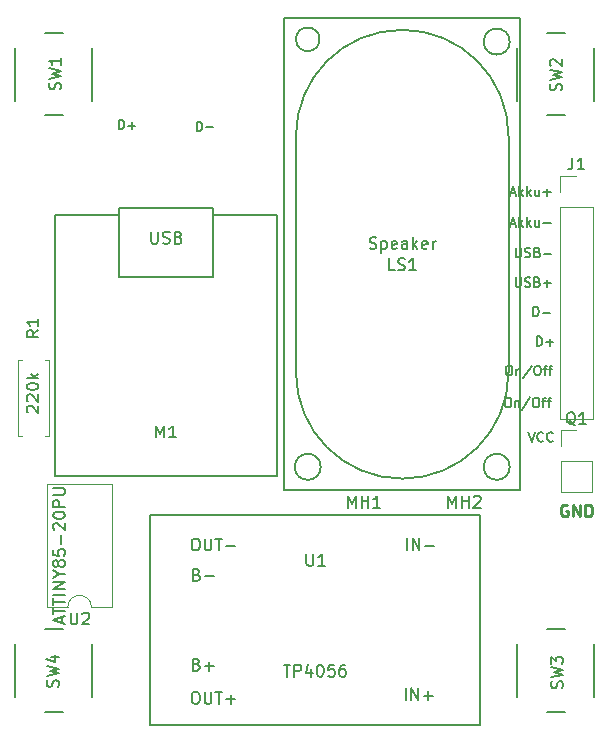
<source format=gbr>
G04 #@! TF.FileFunction,Legend,Top*
%FSLAX46Y46*%
G04 Gerber Fmt 4.6, Leading zero omitted, Abs format (unit mm)*
G04 Created by KiCad (PCBNEW 4.0.7-e2-6376~61~ubuntu18.04.1) date Tue Sep  4 16:19:30 2018*
%MOMM*%
%LPD*%
G01*
G04 APERTURE LIST*
%ADD10C,0.100000*%
%ADD11C,0.200000*%
%ADD12C,0.250000*%
%ADD13C,0.150000*%
%ADD14C,0.120000*%
G04 APERTURE END LIST*
D10*
D11*
X177183333Y-122561905D02*
X177450000Y-123361905D01*
X177716667Y-122561905D01*
X178440476Y-123285714D02*
X178402381Y-123323810D01*
X178288095Y-123361905D01*
X178211905Y-123361905D01*
X178097619Y-123323810D01*
X178021428Y-123247619D01*
X177983333Y-123171429D01*
X177945238Y-123019048D01*
X177945238Y-122904762D01*
X177983333Y-122752381D01*
X178021428Y-122676190D01*
X178097619Y-122600000D01*
X178211905Y-122561905D01*
X178288095Y-122561905D01*
X178402381Y-122600000D01*
X178440476Y-122638095D01*
X179240476Y-123285714D02*
X179202381Y-123323810D01*
X179088095Y-123361905D01*
X179011905Y-123361905D01*
X178897619Y-123323810D01*
X178821428Y-123247619D01*
X178783333Y-123171429D01*
X178745238Y-123019048D01*
X178745238Y-122904762D01*
X178783333Y-122752381D01*
X178821428Y-122676190D01*
X178897619Y-122600000D01*
X179011905Y-122561905D01*
X179088095Y-122561905D01*
X179202381Y-122600000D01*
X179240476Y-122638095D01*
D12*
X180488096Y-128750000D02*
X180392858Y-128702381D01*
X180250001Y-128702381D01*
X180107143Y-128750000D01*
X180011905Y-128845238D01*
X179964286Y-128940476D01*
X179916667Y-129130952D01*
X179916667Y-129273810D01*
X179964286Y-129464286D01*
X180011905Y-129559524D01*
X180107143Y-129654762D01*
X180250001Y-129702381D01*
X180345239Y-129702381D01*
X180488096Y-129654762D01*
X180535715Y-129607143D01*
X180535715Y-129273810D01*
X180345239Y-129273810D01*
X180964286Y-129702381D02*
X180964286Y-128702381D01*
X181535715Y-129702381D01*
X181535715Y-128702381D01*
X182011905Y-129702381D02*
X182011905Y-128702381D01*
X182250000Y-128702381D01*
X182392858Y-128750000D01*
X182488096Y-128845238D01*
X182535715Y-128940476D01*
X182583334Y-129130952D01*
X182583334Y-129273810D01*
X182535715Y-129464286D01*
X182488096Y-129559524D01*
X182392858Y-129654762D01*
X182250000Y-129702381D01*
X182011905Y-129702381D01*
D11*
X175466667Y-116961905D02*
X175619048Y-116961905D01*
X175695239Y-117000000D01*
X175771429Y-117076190D01*
X175809524Y-117228571D01*
X175809524Y-117495238D01*
X175771429Y-117647619D01*
X175695239Y-117723810D01*
X175619048Y-117761905D01*
X175466667Y-117761905D01*
X175390477Y-117723810D01*
X175314286Y-117647619D01*
X175276191Y-117495238D01*
X175276191Y-117228571D01*
X175314286Y-117076190D01*
X175390477Y-117000000D01*
X175466667Y-116961905D01*
X176152381Y-117228571D02*
X176152381Y-117761905D01*
X176152381Y-117304762D02*
X176190476Y-117266667D01*
X176266667Y-117228571D01*
X176380953Y-117228571D01*
X176457143Y-117266667D01*
X176495238Y-117342857D01*
X176495238Y-117761905D01*
X177447620Y-116923810D02*
X176761905Y-117952381D01*
X177866667Y-116961905D02*
X178019048Y-116961905D01*
X178095239Y-117000000D01*
X178171429Y-117076190D01*
X178209524Y-117228571D01*
X178209524Y-117495238D01*
X178171429Y-117647619D01*
X178095239Y-117723810D01*
X178019048Y-117761905D01*
X177866667Y-117761905D01*
X177790477Y-117723810D01*
X177714286Y-117647619D01*
X177676191Y-117495238D01*
X177676191Y-117228571D01*
X177714286Y-117076190D01*
X177790477Y-117000000D01*
X177866667Y-116961905D01*
X178438095Y-117228571D02*
X178742857Y-117228571D01*
X178552381Y-117761905D02*
X178552381Y-117076190D01*
X178590476Y-117000000D01*
X178666667Y-116961905D01*
X178742857Y-116961905D01*
X178895238Y-117228571D02*
X179200000Y-117228571D01*
X179009524Y-117761905D02*
X179009524Y-117076190D01*
X179047619Y-117000000D01*
X179123810Y-116961905D01*
X179200000Y-116961905D01*
X175366667Y-119661905D02*
X175519048Y-119661905D01*
X175595239Y-119700000D01*
X175671429Y-119776190D01*
X175709524Y-119928571D01*
X175709524Y-120195238D01*
X175671429Y-120347619D01*
X175595239Y-120423810D01*
X175519048Y-120461905D01*
X175366667Y-120461905D01*
X175290477Y-120423810D01*
X175214286Y-120347619D01*
X175176191Y-120195238D01*
X175176191Y-119928571D01*
X175214286Y-119776190D01*
X175290477Y-119700000D01*
X175366667Y-119661905D01*
X176052381Y-119928571D02*
X176052381Y-120461905D01*
X176052381Y-120004762D02*
X176090476Y-119966667D01*
X176166667Y-119928571D01*
X176280953Y-119928571D01*
X176357143Y-119966667D01*
X176395238Y-120042857D01*
X176395238Y-120461905D01*
X177347620Y-119623810D02*
X176661905Y-120652381D01*
X177766667Y-119661905D02*
X177919048Y-119661905D01*
X177995239Y-119700000D01*
X178071429Y-119776190D01*
X178109524Y-119928571D01*
X178109524Y-120195238D01*
X178071429Y-120347619D01*
X177995239Y-120423810D01*
X177919048Y-120461905D01*
X177766667Y-120461905D01*
X177690477Y-120423810D01*
X177614286Y-120347619D01*
X177576191Y-120195238D01*
X177576191Y-119928571D01*
X177614286Y-119776190D01*
X177690477Y-119700000D01*
X177766667Y-119661905D01*
X178338095Y-119928571D02*
X178642857Y-119928571D01*
X178452381Y-120461905D02*
X178452381Y-119776190D01*
X178490476Y-119700000D01*
X178566667Y-119661905D01*
X178642857Y-119661905D01*
X178795238Y-119928571D02*
X179100000Y-119928571D01*
X178909524Y-120461905D02*
X178909524Y-119776190D01*
X178947619Y-119700000D01*
X179023810Y-119661905D01*
X179100000Y-119661905D01*
X175704762Y-102333333D02*
X176085714Y-102333333D01*
X175628571Y-102561905D02*
X175895238Y-101761905D01*
X176161905Y-102561905D01*
X176428571Y-102561905D02*
X176428571Y-101761905D01*
X176504762Y-102257143D02*
X176733333Y-102561905D01*
X176733333Y-102028571D02*
X176428571Y-102333333D01*
X177076190Y-102561905D02*
X177076190Y-101761905D01*
X177152381Y-102257143D02*
X177380952Y-102561905D01*
X177380952Y-102028571D02*
X177076190Y-102333333D01*
X178066666Y-102028571D02*
X178066666Y-102561905D01*
X177723809Y-102028571D02*
X177723809Y-102447619D01*
X177761904Y-102523810D01*
X177838095Y-102561905D01*
X177952381Y-102561905D01*
X178028571Y-102523810D01*
X178066666Y-102485714D01*
X178447619Y-102257143D02*
X179057143Y-102257143D01*
X178752381Y-102561905D02*
X178752381Y-101952381D01*
X175704762Y-104933333D02*
X176085714Y-104933333D01*
X175628571Y-105161905D02*
X175895238Y-104361905D01*
X176161905Y-105161905D01*
X176428571Y-105161905D02*
X176428571Y-104361905D01*
X176504762Y-104857143D02*
X176733333Y-105161905D01*
X176733333Y-104628571D02*
X176428571Y-104933333D01*
X177076190Y-105161905D02*
X177076190Y-104361905D01*
X177152381Y-104857143D02*
X177380952Y-105161905D01*
X177380952Y-104628571D02*
X177076190Y-104933333D01*
X178066666Y-104628571D02*
X178066666Y-105161905D01*
X177723809Y-104628571D02*
X177723809Y-105047619D01*
X177761904Y-105123810D01*
X177838095Y-105161905D01*
X177952381Y-105161905D01*
X178028571Y-105123810D01*
X178066666Y-105085714D01*
X178447619Y-104857143D02*
X179057143Y-104857143D01*
X176095238Y-106961905D02*
X176095238Y-107609524D01*
X176133333Y-107685714D01*
X176171429Y-107723810D01*
X176247619Y-107761905D01*
X176400000Y-107761905D01*
X176476191Y-107723810D01*
X176514286Y-107685714D01*
X176552381Y-107609524D01*
X176552381Y-106961905D01*
X176895238Y-107723810D02*
X177009524Y-107761905D01*
X177200000Y-107761905D01*
X177276190Y-107723810D01*
X177314286Y-107685714D01*
X177352381Y-107609524D01*
X177352381Y-107533333D01*
X177314286Y-107457143D01*
X177276190Y-107419048D01*
X177200000Y-107380952D01*
X177047619Y-107342857D01*
X176971428Y-107304762D01*
X176933333Y-107266667D01*
X176895238Y-107190476D01*
X176895238Y-107114286D01*
X176933333Y-107038095D01*
X176971428Y-107000000D01*
X177047619Y-106961905D01*
X177238095Y-106961905D01*
X177352381Y-107000000D01*
X177961905Y-107342857D02*
X178076191Y-107380952D01*
X178114286Y-107419048D01*
X178152381Y-107495238D01*
X178152381Y-107609524D01*
X178114286Y-107685714D01*
X178076191Y-107723810D01*
X178000000Y-107761905D01*
X177695238Y-107761905D01*
X177695238Y-106961905D01*
X177961905Y-106961905D01*
X178038095Y-107000000D01*
X178076191Y-107038095D01*
X178114286Y-107114286D01*
X178114286Y-107190476D01*
X178076191Y-107266667D01*
X178038095Y-107304762D01*
X177961905Y-107342857D01*
X177695238Y-107342857D01*
X178495238Y-107457143D02*
X179104762Y-107457143D01*
X176095238Y-109461905D02*
X176095238Y-110109524D01*
X176133333Y-110185714D01*
X176171429Y-110223810D01*
X176247619Y-110261905D01*
X176400000Y-110261905D01*
X176476191Y-110223810D01*
X176514286Y-110185714D01*
X176552381Y-110109524D01*
X176552381Y-109461905D01*
X176895238Y-110223810D02*
X177009524Y-110261905D01*
X177200000Y-110261905D01*
X177276190Y-110223810D01*
X177314286Y-110185714D01*
X177352381Y-110109524D01*
X177352381Y-110033333D01*
X177314286Y-109957143D01*
X177276190Y-109919048D01*
X177200000Y-109880952D01*
X177047619Y-109842857D01*
X176971428Y-109804762D01*
X176933333Y-109766667D01*
X176895238Y-109690476D01*
X176895238Y-109614286D01*
X176933333Y-109538095D01*
X176971428Y-109500000D01*
X177047619Y-109461905D01*
X177238095Y-109461905D01*
X177352381Y-109500000D01*
X177961905Y-109842857D02*
X178076191Y-109880952D01*
X178114286Y-109919048D01*
X178152381Y-109995238D01*
X178152381Y-110109524D01*
X178114286Y-110185714D01*
X178076191Y-110223810D01*
X178000000Y-110261905D01*
X177695238Y-110261905D01*
X177695238Y-109461905D01*
X177961905Y-109461905D01*
X178038095Y-109500000D01*
X178076191Y-109538095D01*
X178114286Y-109614286D01*
X178114286Y-109690476D01*
X178076191Y-109766667D01*
X178038095Y-109804762D01*
X177961905Y-109842857D01*
X177695238Y-109842857D01*
X178495238Y-109957143D02*
X179104762Y-109957143D01*
X178800000Y-110261905D02*
X178800000Y-109652381D01*
X177595238Y-112761905D02*
X177595238Y-111961905D01*
X177785714Y-111961905D01*
X177900000Y-112000000D01*
X177976191Y-112076190D01*
X178014286Y-112152381D01*
X178052381Y-112304762D01*
X178052381Y-112419048D01*
X178014286Y-112571429D01*
X177976191Y-112647619D01*
X177900000Y-112723810D01*
X177785714Y-112761905D01*
X177595238Y-112761905D01*
X178395238Y-112457143D02*
X179004762Y-112457143D01*
X177895238Y-115261905D02*
X177895238Y-114461905D01*
X178085714Y-114461905D01*
X178200000Y-114500000D01*
X178276191Y-114576190D01*
X178314286Y-114652381D01*
X178352381Y-114804762D01*
X178352381Y-114919048D01*
X178314286Y-115071429D01*
X178276191Y-115147619D01*
X178200000Y-115223810D01*
X178085714Y-115261905D01*
X177895238Y-115261905D01*
X178695238Y-114957143D02*
X179304762Y-114957143D01*
X179000000Y-115261905D02*
X179000000Y-114652381D01*
D13*
X175500000Y-97500000D02*
X175500000Y-117500000D01*
X157500000Y-97500000D02*
X157500000Y-117500000D01*
X157500000Y-117500000D02*
G75*
G03X166500000Y-126500000I9000000J0D01*
G01*
X166500000Y-88500000D02*
G75*
G03X157500000Y-97500000I0J-9000000D01*
G01*
X175500000Y-97500000D02*
G75*
G03X166500000Y-88500000I-9000000J0D01*
G01*
X166500000Y-126500000D02*
G75*
G03X175500000Y-117500000I0J9000000D01*
G01*
X175600000Y-125500000D02*
G75*
G03X175600000Y-125500000I-1100000J0D01*
G01*
X159600000Y-125500000D02*
G75*
G03X159600000Y-125500000I-1100000J0D01*
G01*
X175600000Y-89500000D02*
G75*
G03X175600000Y-89500000I-1100000J0D01*
G01*
X159500000Y-89300000D02*
G75*
G03X159500000Y-89300000I-1000000J0D01*
G01*
X176500000Y-87500000D02*
X156500000Y-87500000D01*
X156500000Y-127500000D02*
X176500000Y-127500000D01*
X156500000Y-127500000D02*
X156500000Y-87500000D01*
X176500000Y-127500000D02*
X176500000Y-87500000D01*
D14*
X179860000Y-103520000D02*
X179860000Y-121420000D01*
X179860000Y-121420000D02*
X182640000Y-121420000D01*
X182640000Y-121420000D02*
X182640000Y-103520000D01*
X182640000Y-103520000D02*
X179860000Y-103520000D01*
X179860000Y-102250000D02*
X179860000Y-100860000D01*
X179860000Y-100860000D02*
X181250000Y-100860000D01*
D13*
X140250000Y-94500000D02*
X140250000Y-90000000D01*
X136250000Y-95750000D02*
X137750000Y-95750000D01*
X133750000Y-90000000D02*
X133750000Y-94500000D01*
X137750000Y-88750000D02*
X136250000Y-88750000D01*
X182750000Y-94500000D02*
X182750000Y-90000000D01*
X178750000Y-95750000D02*
X180250000Y-95750000D01*
X176250000Y-90000000D02*
X176250000Y-94500000D01*
X180250000Y-88750000D02*
X178750000Y-88750000D01*
X182750000Y-145000000D02*
X182750000Y-140500000D01*
X178750000Y-146250000D02*
X180250000Y-146250000D01*
X176250000Y-140500000D02*
X176250000Y-145000000D01*
X180250000Y-139250000D02*
X178750000Y-139250000D01*
X140250000Y-145000000D02*
X140250000Y-140500000D01*
X136250000Y-146250000D02*
X137750000Y-146250000D01*
X133750000Y-140500000D02*
X133750000Y-145000000D01*
X137750000Y-139250000D02*
X136250000Y-139250000D01*
X173120000Y-147390000D02*
X173120000Y-129610000D01*
X145180000Y-147390000D02*
X145180000Y-129610000D01*
X173120000Y-147390000D02*
X145180000Y-147390000D01*
X145180000Y-129610000D02*
X173120000Y-129610000D01*
D14*
X138190000Y-137390000D02*
G75*
G02X140190000Y-137390000I1000000J0D01*
G01*
X140190000Y-137390000D02*
X141960000Y-137390000D01*
X141960000Y-137390000D02*
X141960000Y-126990000D01*
X141960000Y-126990000D02*
X136420000Y-126990000D01*
X136420000Y-126990000D02*
X136420000Y-137390000D01*
X136420000Y-137390000D02*
X138190000Y-137390000D01*
D13*
X137127400Y-104201000D02*
X137127400Y-126299000D01*
X142486800Y-104201000D02*
X137127400Y-104201000D01*
X142486800Y-109408000D02*
X150487800Y-109408000D01*
X150487800Y-109408000D02*
X150487800Y-104175600D01*
X150487800Y-104201000D02*
X150487800Y-103591400D01*
X150487800Y-103591400D02*
X142486800Y-103591400D01*
X142486800Y-103591400D02*
X142486800Y-109408000D01*
X137127400Y-126299000D02*
X155872600Y-126299000D01*
X155872600Y-104201000D02*
X150487800Y-104201000D01*
X155872600Y-115250000D02*
X155872600Y-104201000D01*
X155872600Y-115250000D02*
X155872600Y-126299000D01*
D14*
X134270000Y-122900000D02*
X133940000Y-122900000D01*
X133940000Y-122900000D02*
X133940000Y-116480000D01*
X133940000Y-116480000D02*
X134270000Y-116480000D01*
X136230000Y-122900000D02*
X136560000Y-122900000D01*
X136560000Y-122900000D02*
X136560000Y-116480000D01*
X136560000Y-116480000D02*
X136230000Y-116480000D01*
X179920000Y-127620000D02*
X182580000Y-127620000D01*
X179920000Y-125020000D02*
X179920000Y-127620000D01*
X182580000Y-125020000D02*
X182580000Y-127620000D01*
X179920000Y-125020000D02*
X182580000Y-125020000D01*
X179920000Y-123750000D02*
X179920000Y-122420000D01*
X179920000Y-122420000D02*
X181250000Y-122420000D01*
D13*
X165857143Y-108852381D02*
X165380952Y-108852381D01*
X165380952Y-107852381D01*
X166142857Y-108804762D02*
X166285714Y-108852381D01*
X166523810Y-108852381D01*
X166619048Y-108804762D01*
X166666667Y-108757143D01*
X166714286Y-108661905D01*
X166714286Y-108566667D01*
X166666667Y-108471429D01*
X166619048Y-108423810D01*
X166523810Y-108376190D01*
X166333333Y-108328571D01*
X166238095Y-108280952D01*
X166190476Y-108233333D01*
X166142857Y-108138095D01*
X166142857Y-108042857D01*
X166190476Y-107947619D01*
X166238095Y-107900000D01*
X166333333Y-107852381D01*
X166571429Y-107852381D01*
X166714286Y-107900000D01*
X167666667Y-108852381D02*
X167095238Y-108852381D01*
X167380952Y-108852381D02*
X167380952Y-107852381D01*
X167285714Y-107995238D01*
X167190476Y-108090476D01*
X167095238Y-108138095D01*
X163738095Y-107004762D02*
X163880952Y-107052381D01*
X164119048Y-107052381D01*
X164214286Y-107004762D01*
X164261905Y-106957143D01*
X164309524Y-106861905D01*
X164309524Y-106766667D01*
X164261905Y-106671429D01*
X164214286Y-106623810D01*
X164119048Y-106576190D01*
X163928571Y-106528571D01*
X163833333Y-106480952D01*
X163785714Y-106433333D01*
X163738095Y-106338095D01*
X163738095Y-106242857D01*
X163785714Y-106147619D01*
X163833333Y-106100000D01*
X163928571Y-106052381D01*
X164166667Y-106052381D01*
X164309524Y-106100000D01*
X164738095Y-106385714D02*
X164738095Y-107385714D01*
X164738095Y-106433333D02*
X164833333Y-106385714D01*
X165023810Y-106385714D01*
X165119048Y-106433333D01*
X165166667Y-106480952D01*
X165214286Y-106576190D01*
X165214286Y-106861905D01*
X165166667Y-106957143D01*
X165119048Y-107004762D01*
X165023810Y-107052381D01*
X164833333Y-107052381D01*
X164738095Y-107004762D01*
X166023810Y-107004762D02*
X165928572Y-107052381D01*
X165738095Y-107052381D01*
X165642857Y-107004762D01*
X165595238Y-106909524D01*
X165595238Y-106528571D01*
X165642857Y-106433333D01*
X165738095Y-106385714D01*
X165928572Y-106385714D01*
X166023810Y-106433333D01*
X166071429Y-106528571D01*
X166071429Y-106623810D01*
X165595238Y-106719048D01*
X166928572Y-107052381D02*
X166928572Y-106528571D01*
X166880953Y-106433333D01*
X166785715Y-106385714D01*
X166595238Y-106385714D01*
X166500000Y-106433333D01*
X166928572Y-107004762D02*
X166833334Y-107052381D01*
X166595238Y-107052381D01*
X166500000Y-107004762D01*
X166452381Y-106909524D01*
X166452381Y-106814286D01*
X166500000Y-106719048D01*
X166595238Y-106671429D01*
X166833334Y-106671429D01*
X166928572Y-106623810D01*
X167404762Y-107052381D02*
X167404762Y-106052381D01*
X167500000Y-106671429D02*
X167785715Y-107052381D01*
X167785715Y-106385714D02*
X167404762Y-106766667D01*
X168595239Y-107004762D02*
X168500001Y-107052381D01*
X168309524Y-107052381D01*
X168214286Y-107004762D01*
X168166667Y-106909524D01*
X168166667Y-106528571D01*
X168214286Y-106433333D01*
X168309524Y-106385714D01*
X168500001Y-106385714D01*
X168595239Y-106433333D01*
X168642858Y-106528571D01*
X168642858Y-106623810D01*
X168166667Y-106719048D01*
X169071429Y-107052381D02*
X169071429Y-106385714D01*
X169071429Y-106576190D02*
X169119048Y-106480952D01*
X169166667Y-106433333D01*
X169261905Y-106385714D01*
X169357144Y-106385714D01*
X161916667Y-128952381D02*
X161916667Y-127952381D01*
X162250001Y-128666667D01*
X162583334Y-127952381D01*
X162583334Y-128952381D01*
X163059524Y-128952381D02*
X163059524Y-127952381D01*
X163059524Y-128428571D02*
X163630953Y-128428571D01*
X163630953Y-128952381D02*
X163630953Y-127952381D01*
X164630953Y-128952381D02*
X164059524Y-128952381D01*
X164345238Y-128952381D02*
X164345238Y-127952381D01*
X164250000Y-128095238D01*
X164154762Y-128190476D01*
X164059524Y-128238095D01*
X170416667Y-128952381D02*
X170416667Y-127952381D01*
X170750001Y-128666667D01*
X171083334Y-127952381D01*
X171083334Y-128952381D01*
X171559524Y-128952381D02*
X171559524Y-127952381D01*
X171559524Y-128428571D02*
X172130953Y-128428571D01*
X172130953Y-128952381D02*
X172130953Y-127952381D01*
X172559524Y-128047619D02*
X172607143Y-128000000D01*
X172702381Y-127952381D01*
X172940477Y-127952381D01*
X173035715Y-128000000D01*
X173083334Y-128047619D01*
X173130953Y-128142857D01*
X173130953Y-128238095D01*
X173083334Y-128380952D01*
X172511905Y-128952381D01*
X173130953Y-128952381D01*
X180916667Y-99312381D02*
X180916667Y-100026667D01*
X180869047Y-100169524D01*
X180773809Y-100264762D01*
X180630952Y-100312381D01*
X180535714Y-100312381D01*
X181916667Y-100312381D02*
X181345238Y-100312381D01*
X181630952Y-100312381D02*
X181630952Y-99312381D01*
X181535714Y-99455238D01*
X181440476Y-99550476D01*
X181345238Y-99598095D01*
X137554762Y-93533333D02*
X137602381Y-93390476D01*
X137602381Y-93152380D01*
X137554762Y-93057142D01*
X137507143Y-93009523D01*
X137411905Y-92961904D01*
X137316667Y-92961904D01*
X137221429Y-93009523D01*
X137173810Y-93057142D01*
X137126190Y-93152380D01*
X137078571Y-93342857D01*
X137030952Y-93438095D01*
X136983333Y-93485714D01*
X136888095Y-93533333D01*
X136792857Y-93533333D01*
X136697619Y-93485714D01*
X136650000Y-93438095D01*
X136602381Y-93342857D01*
X136602381Y-93104761D01*
X136650000Y-92961904D01*
X136602381Y-92628571D02*
X137602381Y-92390476D01*
X136888095Y-92199999D01*
X137602381Y-92009523D01*
X136602381Y-91771428D01*
X137602381Y-90866666D02*
X137602381Y-91438095D01*
X137602381Y-91152381D02*
X136602381Y-91152381D01*
X136745238Y-91247619D01*
X136840476Y-91342857D01*
X136888095Y-91438095D01*
X179954762Y-93633333D02*
X180002381Y-93490476D01*
X180002381Y-93252380D01*
X179954762Y-93157142D01*
X179907143Y-93109523D01*
X179811905Y-93061904D01*
X179716667Y-93061904D01*
X179621429Y-93109523D01*
X179573810Y-93157142D01*
X179526190Y-93252380D01*
X179478571Y-93442857D01*
X179430952Y-93538095D01*
X179383333Y-93585714D01*
X179288095Y-93633333D01*
X179192857Y-93633333D01*
X179097619Y-93585714D01*
X179050000Y-93538095D01*
X179002381Y-93442857D01*
X179002381Y-93204761D01*
X179050000Y-93061904D01*
X179002381Y-92728571D02*
X180002381Y-92490476D01*
X179288095Y-92299999D01*
X180002381Y-92109523D01*
X179002381Y-91871428D01*
X179097619Y-91538095D02*
X179050000Y-91490476D01*
X179002381Y-91395238D01*
X179002381Y-91157142D01*
X179050000Y-91061904D01*
X179097619Y-91014285D01*
X179192857Y-90966666D01*
X179288095Y-90966666D01*
X179430952Y-91014285D01*
X180002381Y-91585714D01*
X180002381Y-90966666D01*
X180054762Y-144233333D02*
X180102381Y-144090476D01*
X180102381Y-143852380D01*
X180054762Y-143757142D01*
X180007143Y-143709523D01*
X179911905Y-143661904D01*
X179816667Y-143661904D01*
X179721429Y-143709523D01*
X179673810Y-143757142D01*
X179626190Y-143852380D01*
X179578571Y-144042857D01*
X179530952Y-144138095D01*
X179483333Y-144185714D01*
X179388095Y-144233333D01*
X179292857Y-144233333D01*
X179197619Y-144185714D01*
X179150000Y-144138095D01*
X179102381Y-144042857D01*
X179102381Y-143804761D01*
X179150000Y-143661904D01*
X179102381Y-143328571D02*
X180102381Y-143090476D01*
X179388095Y-142899999D01*
X180102381Y-142709523D01*
X179102381Y-142471428D01*
X179102381Y-142185714D02*
X179102381Y-141566666D01*
X179483333Y-141900000D01*
X179483333Y-141757142D01*
X179530952Y-141661904D01*
X179578571Y-141614285D01*
X179673810Y-141566666D01*
X179911905Y-141566666D01*
X180007143Y-141614285D01*
X180054762Y-141661904D01*
X180102381Y-141757142D01*
X180102381Y-142042857D01*
X180054762Y-142138095D01*
X180007143Y-142185714D01*
X137354762Y-144133333D02*
X137402381Y-143990476D01*
X137402381Y-143752380D01*
X137354762Y-143657142D01*
X137307143Y-143609523D01*
X137211905Y-143561904D01*
X137116667Y-143561904D01*
X137021429Y-143609523D01*
X136973810Y-143657142D01*
X136926190Y-143752380D01*
X136878571Y-143942857D01*
X136830952Y-144038095D01*
X136783333Y-144085714D01*
X136688095Y-144133333D01*
X136592857Y-144133333D01*
X136497619Y-144085714D01*
X136450000Y-144038095D01*
X136402381Y-143942857D01*
X136402381Y-143704761D01*
X136450000Y-143561904D01*
X136402381Y-143228571D02*
X137402381Y-142990476D01*
X136688095Y-142799999D01*
X137402381Y-142609523D01*
X136402381Y-142371428D01*
X136735714Y-141561904D02*
X137402381Y-141561904D01*
X136354762Y-141800000D02*
X137069048Y-142038095D01*
X137069048Y-141419047D01*
X158388095Y-132872381D02*
X158388095Y-133681905D01*
X158435714Y-133777143D01*
X158483333Y-133824762D01*
X158578571Y-133872381D01*
X158769048Y-133872381D01*
X158864286Y-133824762D01*
X158911905Y-133777143D01*
X158959524Y-133681905D01*
X158959524Y-132872381D01*
X159959524Y-133872381D02*
X159388095Y-133872381D01*
X159673809Y-133872381D02*
X159673809Y-132872381D01*
X159578571Y-133015238D01*
X159483333Y-133110476D01*
X159388095Y-133158095D01*
X156459524Y-142262381D02*
X157030953Y-142262381D01*
X156745238Y-143262381D02*
X156745238Y-142262381D01*
X157364286Y-143262381D02*
X157364286Y-142262381D01*
X157745239Y-142262381D01*
X157840477Y-142310000D01*
X157888096Y-142357619D01*
X157935715Y-142452857D01*
X157935715Y-142595714D01*
X157888096Y-142690952D01*
X157840477Y-142738571D01*
X157745239Y-142786190D01*
X157364286Y-142786190D01*
X158792858Y-142595714D02*
X158792858Y-143262381D01*
X158554762Y-142214762D02*
X158316667Y-142929048D01*
X158935715Y-142929048D01*
X159507143Y-142262381D02*
X159602382Y-142262381D01*
X159697620Y-142310000D01*
X159745239Y-142357619D01*
X159792858Y-142452857D01*
X159840477Y-142643333D01*
X159840477Y-142881429D01*
X159792858Y-143071905D01*
X159745239Y-143167143D01*
X159697620Y-143214762D01*
X159602382Y-143262381D01*
X159507143Y-143262381D01*
X159411905Y-143214762D01*
X159364286Y-143167143D01*
X159316667Y-143071905D01*
X159269048Y-142881429D01*
X159269048Y-142643333D01*
X159316667Y-142452857D01*
X159364286Y-142357619D01*
X159411905Y-142310000D01*
X159507143Y-142262381D01*
X160745239Y-142262381D02*
X160269048Y-142262381D01*
X160221429Y-142738571D01*
X160269048Y-142690952D01*
X160364286Y-142643333D01*
X160602382Y-142643333D01*
X160697620Y-142690952D01*
X160745239Y-142738571D01*
X160792858Y-142833810D01*
X160792858Y-143071905D01*
X160745239Y-143167143D01*
X160697620Y-143214762D01*
X160602382Y-143262381D01*
X160364286Y-143262381D01*
X160269048Y-143214762D01*
X160221429Y-143167143D01*
X161650001Y-142262381D02*
X161459524Y-142262381D01*
X161364286Y-142310000D01*
X161316667Y-142357619D01*
X161221429Y-142500476D01*
X161173810Y-142690952D01*
X161173810Y-143071905D01*
X161221429Y-143167143D01*
X161269048Y-143214762D01*
X161364286Y-143262381D01*
X161554763Y-143262381D01*
X161650001Y-143214762D01*
X161697620Y-143167143D01*
X161745239Y-143071905D01*
X161745239Y-142833810D01*
X161697620Y-142738571D01*
X161650001Y-142690952D01*
X161554763Y-142643333D01*
X161364286Y-142643333D01*
X161269048Y-142690952D01*
X161221429Y-142738571D01*
X161173810Y-142833810D01*
X148920352Y-131576981D02*
X149110829Y-131576981D01*
X149206067Y-131624600D01*
X149301305Y-131719838D01*
X149348924Y-131910314D01*
X149348924Y-132243648D01*
X149301305Y-132434124D01*
X149206067Y-132529362D01*
X149110829Y-132576981D01*
X148920352Y-132576981D01*
X148825114Y-132529362D01*
X148729876Y-132434124D01*
X148682257Y-132243648D01*
X148682257Y-131910314D01*
X148729876Y-131719838D01*
X148825114Y-131624600D01*
X148920352Y-131576981D01*
X149777495Y-131576981D02*
X149777495Y-132386505D01*
X149825114Y-132481743D01*
X149872733Y-132529362D01*
X149967971Y-132576981D01*
X150158448Y-132576981D01*
X150253686Y-132529362D01*
X150301305Y-132481743D01*
X150348924Y-132386505D01*
X150348924Y-131576981D01*
X150682257Y-131576981D02*
X151253686Y-131576981D01*
X150967971Y-132576981D02*
X150967971Y-131576981D01*
X151587019Y-132196029D02*
X152348924Y-132196029D01*
X149102382Y-134628571D02*
X149245239Y-134676190D01*
X149292858Y-134723810D01*
X149340477Y-134819048D01*
X149340477Y-134961905D01*
X149292858Y-135057143D01*
X149245239Y-135104762D01*
X149150001Y-135152381D01*
X148769048Y-135152381D01*
X148769048Y-134152381D01*
X149102382Y-134152381D01*
X149197620Y-134200000D01*
X149245239Y-134247619D01*
X149292858Y-134342857D01*
X149292858Y-134438095D01*
X149245239Y-134533333D01*
X149197620Y-134580952D01*
X149102382Y-134628571D01*
X148769048Y-134628571D01*
X149769048Y-134771429D02*
X150530953Y-134771429D01*
X149102382Y-142228571D02*
X149245239Y-142276190D01*
X149292858Y-142323810D01*
X149340477Y-142419048D01*
X149340477Y-142561905D01*
X149292858Y-142657143D01*
X149245239Y-142704762D01*
X149150001Y-142752381D01*
X148769048Y-142752381D01*
X148769048Y-141752381D01*
X149102382Y-141752381D01*
X149197620Y-141800000D01*
X149245239Y-141847619D01*
X149292858Y-141942857D01*
X149292858Y-142038095D01*
X149245239Y-142133333D01*
X149197620Y-142180952D01*
X149102382Y-142228571D01*
X148769048Y-142228571D01*
X149769048Y-142371429D02*
X150530953Y-142371429D01*
X150150001Y-142752381D02*
X150150001Y-141990476D01*
X148920352Y-144556381D02*
X149110829Y-144556381D01*
X149206067Y-144604000D01*
X149301305Y-144699238D01*
X149348924Y-144889714D01*
X149348924Y-145223048D01*
X149301305Y-145413524D01*
X149206067Y-145508762D01*
X149110829Y-145556381D01*
X148920352Y-145556381D01*
X148825114Y-145508762D01*
X148729876Y-145413524D01*
X148682257Y-145223048D01*
X148682257Y-144889714D01*
X148729876Y-144699238D01*
X148825114Y-144604000D01*
X148920352Y-144556381D01*
X149777495Y-144556381D02*
X149777495Y-145365905D01*
X149825114Y-145461143D01*
X149872733Y-145508762D01*
X149967971Y-145556381D01*
X150158448Y-145556381D01*
X150253686Y-145508762D01*
X150301305Y-145461143D01*
X150348924Y-145365905D01*
X150348924Y-144556381D01*
X150682257Y-144556381D02*
X151253686Y-144556381D01*
X150967971Y-145556381D02*
X150967971Y-144556381D01*
X151587019Y-145175429D02*
X152348924Y-145175429D01*
X151967972Y-145556381D02*
X151967972Y-144794476D01*
X166907143Y-132552381D02*
X166907143Y-131552381D01*
X167383333Y-132552381D02*
X167383333Y-131552381D01*
X167954762Y-132552381D01*
X167954762Y-131552381D01*
X168430952Y-132171429D02*
X169192857Y-132171429D01*
X166807143Y-145252381D02*
X166807143Y-144252381D01*
X167283333Y-145252381D02*
X167283333Y-144252381D01*
X167854762Y-145252381D01*
X167854762Y-144252381D01*
X168330952Y-144871429D02*
X169092857Y-144871429D01*
X168711905Y-145252381D02*
X168711905Y-144490476D01*
X138428095Y-137842381D02*
X138428095Y-138651905D01*
X138475714Y-138747143D01*
X138523333Y-138794762D01*
X138618571Y-138842381D01*
X138809048Y-138842381D01*
X138904286Y-138794762D01*
X138951905Y-138747143D01*
X138999524Y-138651905D01*
X138999524Y-137842381D01*
X139428095Y-137937619D02*
X139475714Y-137890000D01*
X139570952Y-137842381D01*
X139809048Y-137842381D01*
X139904286Y-137890000D01*
X139951905Y-137937619D01*
X139999524Y-138032857D01*
X139999524Y-138128095D01*
X139951905Y-138270952D01*
X139380476Y-138842381D01*
X139999524Y-138842381D01*
X137666667Y-138738095D02*
X137666667Y-138261904D01*
X137952381Y-138833333D02*
X136952381Y-138500000D01*
X137952381Y-138166666D01*
X136952381Y-137976190D02*
X136952381Y-137404761D01*
X137952381Y-137690476D02*
X136952381Y-137690476D01*
X136952381Y-137214285D02*
X136952381Y-136642856D01*
X137952381Y-136928571D02*
X136952381Y-136928571D01*
X137952381Y-136309523D02*
X136952381Y-136309523D01*
X137952381Y-135833333D02*
X136952381Y-135833333D01*
X137952381Y-135261904D01*
X136952381Y-135261904D01*
X137476190Y-134595238D02*
X137952381Y-134595238D01*
X136952381Y-134928571D02*
X137476190Y-134595238D01*
X136952381Y-134261904D01*
X137380952Y-133785714D02*
X137333333Y-133880952D01*
X137285714Y-133928571D01*
X137190476Y-133976190D01*
X137142857Y-133976190D01*
X137047619Y-133928571D01*
X137000000Y-133880952D01*
X136952381Y-133785714D01*
X136952381Y-133595237D01*
X137000000Y-133499999D01*
X137047619Y-133452380D01*
X137142857Y-133404761D01*
X137190476Y-133404761D01*
X137285714Y-133452380D01*
X137333333Y-133499999D01*
X137380952Y-133595237D01*
X137380952Y-133785714D01*
X137428571Y-133880952D01*
X137476190Y-133928571D01*
X137571429Y-133976190D01*
X137761905Y-133976190D01*
X137857143Y-133928571D01*
X137904762Y-133880952D01*
X137952381Y-133785714D01*
X137952381Y-133595237D01*
X137904762Y-133499999D01*
X137857143Y-133452380D01*
X137761905Y-133404761D01*
X137571429Y-133404761D01*
X137476190Y-133452380D01*
X137428571Y-133499999D01*
X137380952Y-133595237D01*
X136952381Y-132499999D02*
X136952381Y-132976190D01*
X137428571Y-133023809D01*
X137380952Y-132976190D01*
X137333333Y-132880952D01*
X137333333Y-132642856D01*
X137380952Y-132547618D01*
X137428571Y-132499999D01*
X137523810Y-132452380D01*
X137761905Y-132452380D01*
X137857143Y-132499999D01*
X137904762Y-132547618D01*
X137952381Y-132642856D01*
X137952381Y-132880952D01*
X137904762Y-132976190D01*
X137857143Y-133023809D01*
X137571429Y-132023809D02*
X137571429Y-131261904D01*
X137047619Y-130833333D02*
X137000000Y-130785714D01*
X136952381Y-130690476D01*
X136952381Y-130452380D01*
X137000000Y-130357142D01*
X137047619Y-130309523D01*
X137142857Y-130261904D01*
X137238095Y-130261904D01*
X137380952Y-130309523D01*
X137952381Y-130880952D01*
X137952381Y-130261904D01*
X136952381Y-129642857D02*
X136952381Y-129547618D01*
X137000000Y-129452380D01*
X137047619Y-129404761D01*
X137142857Y-129357142D01*
X137333333Y-129309523D01*
X137571429Y-129309523D01*
X137761905Y-129357142D01*
X137857143Y-129404761D01*
X137904762Y-129452380D01*
X137952381Y-129547618D01*
X137952381Y-129642857D01*
X137904762Y-129738095D01*
X137857143Y-129785714D01*
X137761905Y-129833333D01*
X137571429Y-129880952D01*
X137333333Y-129880952D01*
X137142857Y-129833333D01*
X137047619Y-129785714D01*
X137000000Y-129738095D01*
X136952381Y-129642857D01*
X137952381Y-128880952D02*
X136952381Y-128880952D01*
X136952381Y-128499999D01*
X137000000Y-128404761D01*
X137047619Y-128357142D01*
X137142857Y-128309523D01*
X137285714Y-128309523D01*
X137380952Y-128357142D01*
X137428571Y-128404761D01*
X137476190Y-128499999D01*
X137476190Y-128880952D01*
X136952381Y-127880952D02*
X137761905Y-127880952D01*
X137857143Y-127833333D01*
X137904762Y-127785714D01*
X137952381Y-127690476D01*
X137952381Y-127499999D01*
X137904762Y-127404761D01*
X137857143Y-127357142D01*
X137761905Y-127309523D01*
X136952381Y-127309523D01*
X145690476Y-123002381D02*
X145690476Y-122002381D01*
X146023810Y-122716667D01*
X146357143Y-122002381D01*
X146357143Y-123002381D01*
X147357143Y-123002381D02*
X146785714Y-123002381D01*
X147071428Y-123002381D02*
X147071428Y-122002381D01*
X146976190Y-122145238D01*
X146880952Y-122240476D01*
X146785714Y-122288095D01*
X142495238Y-96911905D02*
X142495238Y-96111905D01*
X142685714Y-96111905D01*
X142800000Y-96150000D01*
X142876191Y-96226190D01*
X142914286Y-96302381D01*
X142952381Y-96454762D01*
X142952381Y-96569048D01*
X142914286Y-96721429D01*
X142876191Y-96797619D01*
X142800000Y-96873810D01*
X142685714Y-96911905D01*
X142495238Y-96911905D01*
X143295238Y-96607143D02*
X143904762Y-96607143D01*
X143600000Y-96911905D02*
X143600000Y-96302381D01*
X149095238Y-97061905D02*
X149095238Y-96261905D01*
X149285714Y-96261905D01*
X149400000Y-96300000D01*
X149476191Y-96376190D01*
X149514286Y-96452381D01*
X149552381Y-96604762D01*
X149552381Y-96719048D01*
X149514286Y-96871429D01*
X149476191Y-96947619D01*
X149400000Y-97023810D01*
X149285714Y-97061905D01*
X149095238Y-97061905D01*
X149895238Y-96757143D02*
X150504762Y-96757143D01*
X145238095Y-105602381D02*
X145238095Y-106411905D01*
X145285714Y-106507143D01*
X145333333Y-106554762D01*
X145428571Y-106602381D01*
X145619048Y-106602381D01*
X145714286Y-106554762D01*
X145761905Y-106507143D01*
X145809524Y-106411905D01*
X145809524Y-105602381D01*
X146238095Y-106554762D02*
X146380952Y-106602381D01*
X146619048Y-106602381D01*
X146714286Y-106554762D01*
X146761905Y-106507143D01*
X146809524Y-106411905D01*
X146809524Y-106316667D01*
X146761905Y-106221429D01*
X146714286Y-106173810D01*
X146619048Y-106126190D01*
X146428571Y-106078571D01*
X146333333Y-106030952D01*
X146285714Y-105983333D01*
X146238095Y-105888095D01*
X146238095Y-105792857D01*
X146285714Y-105697619D01*
X146333333Y-105650000D01*
X146428571Y-105602381D01*
X146666667Y-105602381D01*
X146809524Y-105650000D01*
X147571429Y-106078571D02*
X147714286Y-106126190D01*
X147761905Y-106173810D01*
X147809524Y-106269048D01*
X147809524Y-106411905D01*
X147761905Y-106507143D01*
X147714286Y-106554762D01*
X147619048Y-106602381D01*
X147238095Y-106602381D01*
X147238095Y-105602381D01*
X147571429Y-105602381D01*
X147666667Y-105650000D01*
X147714286Y-105697619D01*
X147761905Y-105792857D01*
X147761905Y-105888095D01*
X147714286Y-105983333D01*
X147666667Y-106030952D01*
X147571429Y-106078571D01*
X147238095Y-106078571D01*
X135702381Y-113916666D02*
X135226190Y-114250000D01*
X135702381Y-114488095D02*
X134702381Y-114488095D01*
X134702381Y-114107142D01*
X134750000Y-114011904D01*
X134797619Y-113964285D01*
X134892857Y-113916666D01*
X135035714Y-113916666D01*
X135130952Y-113964285D01*
X135178571Y-114011904D01*
X135226190Y-114107142D01*
X135226190Y-114488095D01*
X135702381Y-112964285D02*
X135702381Y-113535714D01*
X135702381Y-113250000D02*
X134702381Y-113250000D01*
X134845238Y-113345238D01*
X134940476Y-113440476D01*
X134988095Y-113535714D01*
X134797619Y-120892857D02*
X134750000Y-120845238D01*
X134702381Y-120750000D01*
X134702381Y-120511904D01*
X134750000Y-120416666D01*
X134797619Y-120369047D01*
X134892857Y-120321428D01*
X134988095Y-120321428D01*
X135130952Y-120369047D01*
X135702381Y-120940476D01*
X135702381Y-120321428D01*
X134797619Y-119940476D02*
X134750000Y-119892857D01*
X134702381Y-119797619D01*
X134702381Y-119559523D01*
X134750000Y-119464285D01*
X134797619Y-119416666D01*
X134892857Y-119369047D01*
X134988095Y-119369047D01*
X135130952Y-119416666D01*
X135702381Y-119988095D01*
X135702381Y-119369047D01*
X134702381Y-118750000D02*
X134702381Y-118654761D01*
X134750000Y-118559523D01*
X134797619Y-118511904D01*
X134892857Y-118464285D01*
X135083333Y-118416666D01*
X135321429Y-118416666D01*
X135511905Y-118464285D01*
X135607143Y-118511904D01*
X135654762Y-118559523D01*
X135702381Y-118654761D01*
X135702381Y-118750000D01*
X135654762Y-118845238D01*
X135607143Y-118892857D01*
X135511905Y-118940476D01*
X135321429Y-118988095D01*
X135083333Y-118988095D01*
X134892857Y-118940476D01*
X134797619Y-118892857D01*
X134750000Y-118845238D01*
X134702381Y-118750000D01*
X135702381Y-117988095D02*
X134702381Y-117988095D01*
X135321429Y-117892857D02*
X135702381Y-117607142D01*
X135035714Y-117607142D02*
X135416667Y-117988095D01*
X181154762Y-121967619D02*
X181059524Y-121920000D01*
X180964286Y-121824762D01*
X180821429Y-121681905D01*
X180726190Y-121634286D01*
X180630952Y-121634286D01*
X180678571Y-121872381D02*
X180583333Y-121824762D01*
X180488095Y-121729524D01*
X180440476Y-121539048D01*
X180440476Y-121205714D01*
X180488095Y-121015238D01*
X180583333Y-120920000D01*
X180678571Y-120872381D01*
X180869048Y-120872381D01*
X180964286Y-120920000D01*
X181059524Y-121015238D01*
X181107143Y-121205714D01*
X181107143Y-121539048D01*
X181059524Y-121729524D01*
X180964286Y-121824762D01*
X180869048Y-121872381D01*
X180678571Y-121872381D01*
X182059524Y-121872381D02*
X181488095Y-121872381D01*
X181773809Y-121872381D02*
X181773809Y-120872381D01*
X181678571Y-121015238D01*
X181583333Y-121110476D01*
X181488095Y-121158095D01*
M02*

</source>
